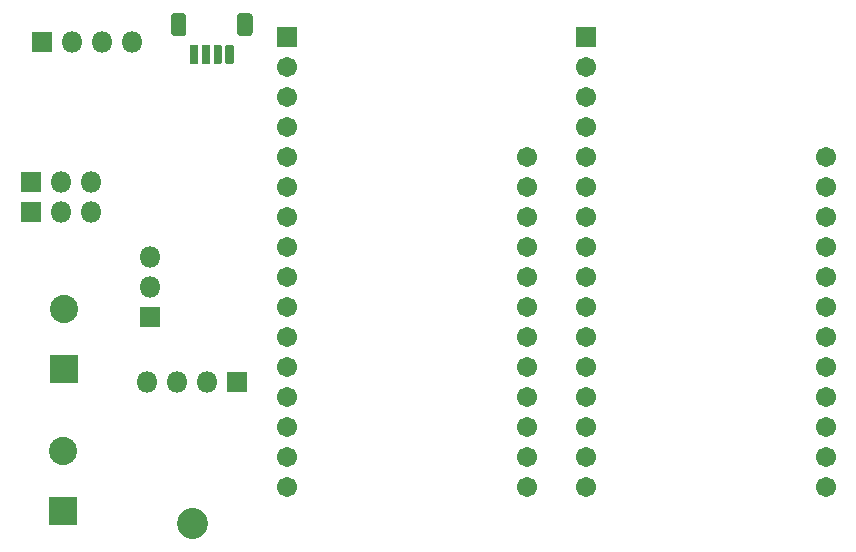
<source format=gbr>
G04 #@! TF.GenerationSoftware,KiCad,Pcbnew,(5.1.5)-3*
G04 #@! TF.CreationDate,2021-12-12T15:23:53-06:00*
G04 #@! TF.ProjectId,RCFeatherControl,52434665-6174-4686-9572-436f6e74726f,rev?*
G04 #@! TF.SameCoordinates,Original*
G04 #@! TF.FileFunction,Soldermask,Top*
G04 #@! TF.FilePolarity,Negative*
%FSLAX46Y46*%
G04 Gerber Fmt 4.6, Leading zero omitted, Abs format (unit mm)*
G04 Created by KiCad (PCBNEW (5.1.5)-3) date 2021-12-12 15:23:53*
%MOMM*%
%LPD*%
G04 APERTURE LIST*
%ADD10C,2.602000*%
%ADD11R,1.802000X1.802000*%
%ADD12O,1.802000X1.802000*%
%ADD13C,1.702000*%
%ADD14R,1.702000X1.702000*%
%ADD15R,2.388000X2.388000*%
%ADD16C,2.388000*%
%ADD17C,0.100000*%
G04 APERTURE END LIST*
D10*
X133040900Y-143178160D02*
X133040900Y-143178160D01*
D11*
X136812800Y-131219160D03*
D12*
X134272800Y-131219160D03*
X131732800Y-131219160D03*
X129192800Y-131219160D03*
D13*
X141067940Y-135028940D03*
X141067940Y-132488940D03*
X141067940Y-129948940D03*
X141067940Y-127408940D03*
X141067940Y-124868940D03*
X141067940Y-122328940D03*
X141067940Y-119788940D03*
X141067940Y-117248940D03*
X141067940Y-114708940D03*
X141067940Y-112168940D03*
X141067940Y-109628940D03*
X141067940Y-107088940D03*
X141067940Y-104548940D03*
D14*
X141067940Y-102008940D03*
D13*
X161367940Y-140108940D03*
X161367940Y-137568940D03*
X161367940Y-135028940D03*
X161367940Y-132488940D03*
X161367940Y-129948940D03*
X161367940Y-127408940D03*
X161367940Y-124868940D03*
X161367940Y-122328940D03*
X161367940Y-119788940D03*
X161367940Y-117248940D03*
X161367940Y-114708940D03*
X161367940Y-112168940D03*
X141067940Y-137568940D03*
X141067940Y-140108940D03*
D15*
X122074940Y-142138400D03*
D16*
X122074940Y-137058400D03*
D13*
X166397940Y-135028940D03*
X166397940Y-132488940D03*
X166397940Y-129948940D03*
X166397940Y-127408940D03*
X166397940Y-124868940D03*
X166397940Y-122328940D03*
X166397940Y-119788940D03*
X166397940Y-117248940D03*
X166397940Y-114708940D03*
X166397940Y-112168940D03*
X166397940Y-109628940D03*
X166397940Y-107088940D03*
X166397940Y-104548940D03*
D14*
X166397940Y-102008940D03*
D13*
X186697940Y-140108940D03*
X186697940Y-137568940D03*
X186697940Y-135028940D03*
X186697940Y-132488940D03*
X186697940Y-129948940D03*
X186697940Y-127408940D03*
X186697940Y-124868940D03*
X186697940Y-122328940D03*
X186697940Y-119788940D03*
X186697940Y-117248940D03*
X186697940Y-114708940D03*
X186697940Y-112168940D03*
X166397940Y-137568940D03*
X166397940Y-140108940D03*
D11*
X119380000Y-114300000D03*
D12*
X121920000Y-114300000D03*
X124460000Y-114300000D03*
X124460000Y-116840000D03*
X121920000Y-116840000D03*
D11*
X119380000Y-116840000D03*
D15*
X122130820Y-130096260D03*
D16*
X122130820Y-125016260D03*
D17*
G36*
X133373662Y-102638325D02*
G01*
X133390698Y-102640852D01*
X133407405Y-102645037D01*
X133423621Y-102650839D01*
X133439190Y-102658203D01*
X133453963Y-102667057D01*
X133467796Y-102677317D01*
X133480557Y-102688883D01*
X133492123Y-102701644D01*
X133502383Y-102715477D01*
X133511237Y-102730250D01*
X133518601Y-102745819D01*
X133524403Y-102762035D01*
X133528588Y-102778742D01*
X133531115Y-102795778D01*
X133531960Y-102812980D01*
X133531960Y-104113980D01*
X133531115Y-104131182D01*
X133528588Y-104148218D01*
X133524403Y-104164925D01*
X133518601Y-104181141D01*
X133511237Y-104196710D01*
X133502383Y-104211483D01*
X133492123Y-104225316D01*
X133480557Y-104238077D01*
X133467796Y-104249643D01*
X133453963Y-104259903D01*
X133439190Y-104268757D01*
X133423621Y-104276121D01*
X133407405Y-104281923D01*
X133390698Y-104286108D01*
X133373662Y-104288635D01*
X133356460Y-104289480D01*
X133005460Y-104289480D01*
X132988258Y-104288635D01*
X132971222Y-104286108D01*
X132954515Y-104281923D01*
X132938299Y-104276121D01*
X132922730Y-104268757D01*
X132907957Y-104259903D01*
X132894124Y-104249643D01*
X132881363Y-104238077D01*
X132869797Y-104225316D01*
X132859537Y-104211483D01*
X132850683Y-104196710D01*
X132843319Y-104181141D01*
X132837517Y-104164925D01*
X132833332Y-104148218D01*
X132830805Y-104131182D01*
X132829960Y-104113980D01*
X132829960Y-102812980D01*
X132830805Y-102795778D01*
X132833332Y-102778742D01*
X132837517Y-102762035D01*
X132843319Y-102745819D01*
X132850683Y-102730250D01*
X132859537Y-102715477D01*
X132869797Y-102701644D01*
X132881363Y-102688883D01*
X132894124Y-102677317D01*
X132907957Y-102667057D01*
X132922730Y-102658203D01*
X132938299Y-102650839D01*
X132954515Y-102645037D01*
X132971222Y-102640852D01*
X132988258Y-102638325D01*
X133005460Y-102637480D01*
X133356460Y-102637480D01*
X133373662Y-102638325D01*
G37*
G36*
X134373662Y-102638325D02*
G01*
X134390698Y-102640852D01*
X134407405Y-102645037D01*
X134423621Y-102650839D01*
X134439190Y-102658203D01*
X134453963Y-102667057D01*
X134467796Y-102677317D01*
X134480557Y-102688883D01*
X134492123Y-102701644D01*
X134502383Y-102715477D01*
X134511237Y-102730250D01*
X134518601Y-102745819D01*
X134524403Y-102762035D01*
X134528588Y-102778742D01*
X134531115Y-102795778D01*
X134531960Y-102812980D01*
X134531960Y-104113980D01*
X134531115Y-104131182D01*
X134528588Y-104148218D01*
X134524403Y-104164925D01*
X134518601Y-104181141D01*
X134511237Y-104196710D01*
X134502383Y-104211483D01*
X134492123Y-104225316D01*
X134480557Y-104238077D01*
X134467796Y-104249643D01*
X134453963Y-104259903D01*
X134439190Y-104268757D01*
X134423621Y-104276121D01*
X134407405Y-104281923D01*
X134390698Y-104286108D01*
X134373662Y-104288635D01*
X134356460Y-104289480D01*
X134005460Y-104289480D01*
X133988258Y-104288635D01*
X133971222Y-104286108D01*
X133954515Y-104281923D01*
X133938299Y-104276121D01*
X133922730Y-104268757D01*
X133907957Y-104259903D01*
X133894124Y-104249643D01*
X133881363Y-104238077D01*
X133869797Y-104225316D01*
X133859537Y-104211483D01*
X133850683Y-104196710D01*
X133843319Y-104181141D01*
X133837517Y-104164925D01*
X133833332Y-104148218D01*
X133830805Y-104131182D01*
X133829960Y-104113980D01*
X133829960Y-102812980D01*
X133830805Y-102795778D01*
X133833332Y-102778742D01*
X133837517Y-102762035D01*
X133843319Y-102745819D01*
X133850683Y-102730250D01*
X133859537Y-102715477D01*
X133869797Y-102701644D01*
X133881363Y-102688883D01*
X133894124Y-102677317D01*
X133907957Y-102667057D01*
X133922730Y-102658203D01*
X133938299Y-102650839D01*
X133954515Y-102645037D01*
X133971222Y-102640852D01*
X133988258Y-102638325D01*
X134005460Y-102637480D01*
X134356460Y-102637480D01*
X134373662Y-102638325D01*
G37*
G36*
X135373662Y-102638325D02*
G01*
X135390698Y-102640852D01*
X135407405Y-102645037D01*
X135423621Y-102650839D01*
X135439190Y-102658203D01*
X135453963Y-102667057D01*
X135467796Y-102677317D01*
X135480557Y-102688883D01*
X135492123Y-102701644D01*
X135502383Y-102715477D01*
X135511237Y-102730250D01*
X135518601Y-102745819D01*
X135524403Y-102762035D01*
X135528588Y-102778742D01*
X135531115Y-102795778D01*
X135531960Y-102812980D01*
X135531960Y-104113980D01*
X135531115Y-104131182D01*
X135528588Y-104148218D01*
X135524403Y-104164925D01*
X135518601Y-104181141D01*
X135511237Y-104196710D01*
X135502383Y-104211483D01*
X135492123Y-104225316D01*
X135480557Y-104238077D01*
X135467796Y-104249643D01*
X135453963Y-104259903D01*
X135439190Y-104268757D01*
X135423621Y-104276121D01*
X135407405Y-104281923D01*
X135390698Y-104286108D01*
X135373662Y-104288635D01*
X135356460Y-104289480D01*
X135005460Y-104289480D01*
X134988258Y-104288635D01*
X134971222Y-104286108D01*
X134954515Y-104281923D01*
X134938299Y-104276121D01*
X134922730Y-104268757D01*
X134907957Y-104259903D01*
X134894124Y-104249643D01*
X134881363Y-104238077D01*
X134869797Y-104225316D01*
X134859537Y-104211483D01*
X134850683Y-104196710D01*
X134843319Y-104181141D01*
X134837517Y-104164925D01*
X134833332Y-104148218D01*
X134830805Y-104131182D01*
X134829960Y-104113980D01*
X134829960Y-102812980D01*
X134830805Y-102795778D01*
X134833332Y-102778742D01*
X134837517Y-102762035D01*
X134843319Y-102745819D01*
X134850683Y-102730250D01*
X134859537Y-102715477D01*
X134869797Y-102701644D01*
X134881363Y-102688883D01*
X134894124Y-102677317D01*
X134907957Y-102667057D01*
X134922730Y-102658203D01*
X134938299Y-102650839D01*
X134954515Y-102645037D01*
X134971222Y-102640852D01*
X134988258Y-102638325D01*
X135005460Y-102637480D01*
X135356460Y-102637480D01*
X135373662Y-102638325D01*
G37*
G36*
X136373662Y-102638325D02*
G01*
X136390698Y-102640852D01*
X136407405Y-102645037D01*
X136423621Y-102650839D01*
X136439190Y-102658203D01*
X136453963Y-102667057D01*
X136467796Y-102677317D01*
X136480557Y-102688883D01*
X136492123Y-102701644D01*
X136502383Y-102715477D01*
X136511237Y-102730250D01*
X136518601Y-102745819D01*
X136524403Y-102762035D01*
X136528588Y-102778742D01*
X136531115Y-102795778D01*
X136531960Y-102812980D01*
X136531960Y-104113980D01*
X136531115Y-104131182D01*
X136528588Y-104148218D01*
X136524403Y-104164925D01*
X136518601Y-104181141D01*
X136511237Y-104196710D01*
X136502383Y-104211483D01*
X136492123Y-104225316D01*
X136480557Y-104238077D01*
X136467796Y-104249643D01*
X136453963Y-104259903D01*
X136439190Y-104268757D01*
X136423621Y-104276121D01*
X136407405Y-104281923D01*
X136390698Y-104286108D01*
X136373662Y-104288635D01*
X136356460Y-104289480D01*
X136005460Y-104289480D01*
X135988258Y-104288635D01*
X135971222Y-104286108D01*
X135954515Y-104281923D01*
X135938299Y-104276121D01*
X135922730Y-104268757D01*
X135907957Y-104259903D01*
X135894124Y-104249643D01*
X135881363Y-104238077D01*
X135869797Y-104225316D01*
X135859537Y-104211483D01*
X135850683Y-104196710D01*
X135843319Y-104181141D01*
X135837517Y-104164925D01*
X135833332Y-104148218D01*
X135830805Y-104131182D01*
X135829960Y-104113980D01*
X135829960Y-102812980D01*
X135830805Y-102795778D01*
X135833332Y-102778742D01*
X135837517Y-102762035D01*
X135843319Y-102745819D01*
X135850683Y-102730250D01*
X135859537Y-102715477D01*
X135869797Y-102701644D01*
X135881363Y-102688883D01*
X135894124Y-102677317D01*
X135907957Y-102667057D01*
X135922730Y-102658203D01*
X135938299Y-102650839D01*
X135954515Y-102645037D01*
X135971222Y-102640852D01*
X135988258Y-102638325D01*
X136005460Y-102637480D01*
X136356460Y-102637480D01*
X136373662Y-102638325D01*
G37*
G36*
X132287298Y-99988786D02*
G01*
X132313629Y-99992692D01*
X132339450Y-99999160D01*
X132364513Y-100008128D01*
X132388577Y-100019509D01*
X132411409Y-100033194D01*
X132432790Y-100049051D01*
X132452513Y-100066927D01*
X132470389Y-100086650D01*
X132486246Y-100108031D01*
X132499931Y-100130863D01*
X132511312Y-100154927D01*
X132520280Y-100179990D01*
X132526748Y-100205811D01*
X132530654Y-100232142D01*
X132531960Y-100258729D01*
X132531960Y-101618231D01*
X132530654Y-101644818D01*
X132526748Y-101671149D01*
X132520280Y-101696970D01*
X132511312Y-101722033D01*
X132499931Y-101746097D01*
X132486246Y-101768929D01*
X132470389Y-101790310D01*
X132452513Y-101810033D01*
X132432790Y-101827909D01*
X132411409Y-101843766D01*
X132388577Y-101857451D01*
X132364513Y-101868832D01*
X132339450Y-101877800D01*
X132313629Y-101884268D01*
X132287298Y-101888174D01*
X132260711Y-101889480D01*
X131501209Y-101889480D01*
X131474622Y-101888174D01*
X131448291Y-101884268D01*
X131422470Y-101877800D01*
X131397407Y-101868832D01*
X131373343Y-101857451D01*
X131350511Y-101843766D01*
X131329130Y-101827909D01*
X131309407Y-101810033D01*
X131291531Y-101790310D01*
X131275674Y-101768929D01*
X131261989Y-101746097D01*
X131250608Y-101722033D01*
X131241640Y-101696970D01*
X131235172Y-101671149D01*
X131231266Y-101644818D01*
X131229960Y-101618231D01*
X131229960Y-100258729D01*
X131231266Y-100232142D01*
X131235172Y-100205811D01*
X131241640Y-100179990D01*
X131250608Y-100154927D01*
X131261989Y-100130863D01*
X131275674Y-100108031D01*
X131291531Y-100086650D01*
X131309407Y-100066927D01*
X131329130Y-100049051D01*
X131350511Y-100033194D01*
X131373343Y-100019509D01*
X131397407Y-100008128D01*
X131422470Y-99999160D01*
X131448291Y-99992692D01*
X131474622Y-99988786D01*
X131501209Y-99987480D01*
X132260711Y-99987480D01*
X132287298Y-99988786D01*
G37*
G36*
X137887298Y-99988786D02*
G01*
X137913629Y-99992692D01*
X137939450Y-99999160D01*
X137964513Y-100008128D01*
X137988577Y-100019509D01*
X138011409Y-100033194D01*
X138032790Y-100049051D01*
X138052513Y-100066927D01*
X138070389Y-100086650D01*
X138086246Y-100108031D01*
X138099931Y-100130863D01*
X138111312Y-100154927D01*
X138120280Y-100179990D01*
X138126748Y-100205811D01*
X138130654Y-100232142D01*
X138131960Y-100258729D01*
X138131960Y-101618231D01*
X138130654Y-101644818D01*
X138126748Y-101671149D01*
X138120280Y-101696970D01*
X138111312Y-101722033D01*
X138099931Y-101746097D01*
X138086246Y-101768929D01*
X138070389Y-101790310D01*
X138052513Y-101810033D01*
X138032790Y-101827909D01*
X138011409Y-101843766D01*
X137988577Y-101857451D01*
X137964513Y-101868832D01*
X137939450Y-101877800D01*
X137913629Y-101884268D01*
X137887298Y-101888174D01*
X137860711Y-101889480D01*
X137101209Y-101889480D01*
X137074622Y-101888174D01*
X137048291Y-101884268D01*
X137022470Y-101877800D01*
X136997407Y-101868832D01*
X136973343Y-101857451D01*
X136950511Y-101843766D01*
X136929130Y-101827909D01*
X136909407Y-101810033D01*
X136891531Y-101790310D01*
X136875674Y-101768929D01*
X136861989Y-101746097D01*
X136850608Y-101722033D01*
X136841640Y-101696970D01*
X136835172Y-101671149D01*
X136831266Y-101644818D01*
X136829960Y-101618231D01*
X136829960Y-100258729D01*
X136831266Y-100232142D01*
X136835172Y-100205811D01*
X136841640Y-100179990D01*
X136850608Y-100154927D01*
X136861989Y-100130863D01*
X136875674Y-100108031D01*
X136891531Y-100086650D01*
X136909407Y-100066927D01*
X136929130Y-100049051D01*
X136950511Y-100033194D01*
X136973343Y-100019509D01*
X136997407Y-100008128D01*
X137022470Y-99999160D01*
X137048291Y-99992692D01*
X137074622Y-99988786D01*
X137101209Y-99987480D01*
X137860711Y-99987480D01*
X137887298Y-99988786D01*
G37*
D11*
X120269000Y-102412800D03*
D12*
X122809000Y-102412800D03*
X125349000Y-102412800D03*
X127889000Y-102412800D03*
D11*
X129458720Y-125684280D03*
D12*
X129458720Y-123144280D03*
X129458720Y-120604280D03*
M02*

</source>
